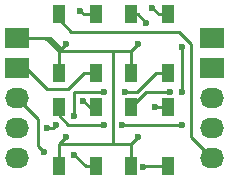
<source format=gbr>
G04 #@! TF.FileFunction,Copper,L1,Top,Signal*
%FSLAX46Y46*%
G04 Gerber Fmt 4.6, Leading zero omitted, Abs format (unit mm)*
G04 Created by KiCad (PCBNEW 4.0.1-stable) date 11/5/2016 5:28:01 PM*
%MOMM*%
G01*
G04 APERTURE LIST*
%ADD10C,0.100000*%
%ADD11R,1.000000X1.600000*%
%ADD12R,2.032000X1.727200*%
%ADD13O,2.032000X1.727200*%
%ADD14C,0.600000*%
%ADD15C,0.250000*%
G04 APERTURE END LIST*
D10*
D11*
X150190000Y-98338000D03*
X146990000Y-98338000D03*
X150190000Y-103338000D03*
X146990000Y-103338000D03*
X144094000Y-98338000D03*
X140894000Y-98338000D03*
X144094000Y-103338000D03*
X140894000Y-103338000D03*
X144094000Y-106212000D03*
X140894000Y-106212000D03*
X144094000Y-111212000D03*
X140894000Y-111212000D03*
X150190000Y-106212000D03*
X146990000Y-106212000D03*
X150190000Y-111212000D03*
X146990000Y-111212000D03*
D12*
X137414000Y-100330000D03*
X137414000Y-102870000D03*
D13*
X137414000Y-105410000D03*
X137414000Y-107950000D03*
X137414000Y-110490000D03*
D12*
X153924000Y-100330000D03*
X153924000Y-102870000D03*
D13*
X153924000Y-105410000D03*
X153924000Y-107950000D03*
X153924000Y-110490000D03*
D14*
X141544000Y-108712000D03*
X147640000Y-108712000D03*
X147640000Y-100838000D03*
X141544000Y-100838000D03*
X149098000Y-106172000D03*
X143002000Y-105664000D03*
X148844000Y-97790000D03*
X142748000Y-98044000D03*
X144780000Y-107696000D03*
X146304000Y-107696000D03*
X151384000Y-107696000D03*
X139700000Y-109982000D03*
X142240000Y-110236000D03*
X151384000Y-104902000D03*
X151384000Y-101092000D03*
X148336000Y-99060000D03*
X139954000Y-107950000D03*
X140716000Y-107696000D03*
X142240000Y-106934000D03*
X144780000Y-104902000D03*
X146558000Y-104902000D03*
X150368000Y-104902000D03*
X148082000Y-111252000D03*
D15*
X137414000Y-100330000D02*
X140208000Y-100330000D01*
X140208000Y-100330000D02*
X141130000Y-101252000D01*
X137414000Y-100330000D02*
X139736000Y-100330000D01*
X139736000Y-100330000D02*
X140894000Y-101488000D01*
X145542000Y-109362000D02*
X145542000Y-101488000D01*
X145542000Y-101488000D02*
X145542000Y-101600000D01*
X145542000Y-101600000D02*
X145542000Y-101488000D01*
X146990000Y-109362000D02*
X145542000Y-109362000D01*
X145542000Y-109362000D02*
X140894000Y-109362000D01*
X140894000Y-109362000D02*
X140970000Y-109438000D01*
X140970000Y-109474000D02*
X140894000Y-109474000D01*
X140970000Y-109438000D02*
X140970000Y-109474000D01*
X140894000Y-101488000D02*
X145542000Y-101488000D01*
X145542000Y-101488000D02*
X146990000Y-101488000D01*
X146990000Y-101488000D02*
X147066000Y-101564000D01*
X147066000Y-101600000D02*
X146990000Y-101600000D01*
X147066000Y-101564000D02*
X147066000Y-101600000D01*
X140894000Y-109362000D02*
X141544000Y-108712000D01*
X140894000Y-111212000D02*
X140894000Y-109474000D01*
X140894000Y-109474000D02*
X140894000Y-109362000D01*
X146990000Y-109362000D02*
X146990000Y-109362000D01*
X146990000Y-109362000D02*
X147640000Y-108712000D01*
X146990000Y-111212000D02*
X146990000Y-109362000D01*
X146990000Y-101488000D02*
X147640000Y-100838000D01*
X146990000Y-103338000D02*
X146990000Y-101600000D01*
X146990000Y-101600000D02*
X146990000Y-101488000D01*
X141130000Y-101252000D02*
X141544000Y-100838000D01*
X140894000Y-101488000D02*
X141130000Y-101252000D01*
X140894000Y-103338000D02*
X140894000Y-101488000D01*
X150190000Y-106212000D02*
X149138000Y-106212000D01*
X149138000Y-106212000D02*
X149098000Y-106172000D01*
X144094000Y-106212000D02*
X143550000Y-106212000D01*
X143550000Y-106212000D02*
X143002000Y-105664000D01*
X150190000Y-98338000D02*
X149392000Y-98338000D01*
X149392000Y-98338000D02*
X148844000Y-97790000D01*
X144094000Y-98338000D02*
X143042000Y-98338000D01*
X143042000Y-98338000D02*
X142748000Y-98044000D01*
X140894000Y-98338000D02*
X140894000Y-98730000D01*
X140894000Y-98730000D02*
X141986000Y-99822000D01*
X141986000Y-99822000D02*
X151130000Y-99822000D01*
X151130000Y-99822000D02*
X152146000Y-100838000D01*
X152146000Y-100838000D02*
X152146000Y-108712000D01*
X152146000Y-108712000D02*
X153924000Y-110490000D01*
X144094000Y-103338000D02*
X143042000Y-103338000D01*
X139954000Y-104648000D02*
X138176000Y-102870000D01*
X141732000Y-104648000D02*
X139954000Y-104648000D01*
X143042000Y-103338000D02*
X141732000Y-104648000D01*
X138176000Y-102870000D02*
X137414000Y-102870000D01*
X140894000Y-106212000D02*
X140894000Y-106858000D01*
X140894000Y-106858000D02*
X141732000Y-107696000D01*
X141732000Y-107696000D02*
X144780000Y-107696000D01*
X146304000Y-107696000D02*
X151384000Y-107696000D01*
X144094000Y-111212000D02*
X143216000Y-111212000D01*
X139192000Y-107188000D02*
X137414000Y-105410000D01*
X139192000Y-109474000D02*
X139192000Y-107188000D01*
X139700000Y-109982000D02*
X139192000Y-109474000D01*
X143216000Y-111212000D02*
X142240000Y-110236000D01*
X137414000Y-105664000D02*
X137414000Y-105410000D01*
X146990000Y-98338000D02*
X147614000Y-98338000D01*
X151384000Y-101092000D02*
X151384000Y-104902000D01*
X147614000Y-98338000D02*
X148336000Y-99060000D01*
X150190000Y-103338000D02*
X149138000Y-103338000D01*
X140462000Y-107950000D02*
X139954000Y-107950000D01*
X140716000Y-107696000D02*
X140462000Y-107950000D01*
X142240000Y-104902000D02*
X142240000Y-106934000D01*
X144780000Y-104902000D02*
X142240000Y-104902000D01*
X147574000Y-104902000D02*
X146558000Y-104902000D01*
X149138000Y-103338000D02*
X147574000Y-104902000D01*
X146990000Y-106212000D02*
X147026000Y-106212000D01*
X147026000Y-106212000D02*
X148336000Y-104902000D01*
X148336000Y-104902000D02*
X150368000Y-104902000D01*
X150190000Y-111212000D02*
X148122000Y-111212000D01*
X148122000Y-111212000D02*
X148082000Y-111252000D01*
X137922000Y-110490000D02*
X137414000Y-110490000D01*
M02*

</source>
